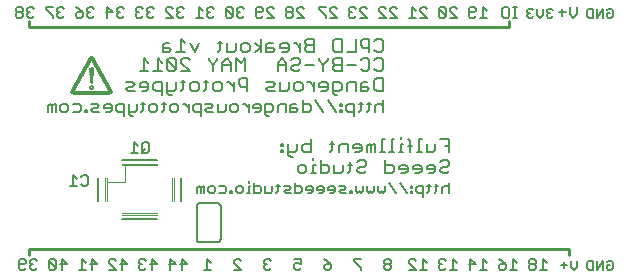
<source format=gbo>
G75*
G70*
%OFA0B0*%
%FSLAX24Y24*%
%IPPOS*%
%LPD*%
%AMOC8*
5,1,8,0,0,1.08239X$1,22.5*
%
%ADD10C,0.0050*%
%ADD11C,0.0100*%
%ADD12C,0.0060*%
%ADD13C,0.0120*%
%ADD14C,0.0025*%
D10*
X002737Y001786D02*
X002679Y001845D01*
X002679Y002078D01*
X002737Y002137D01*
X002854Y002137D01*
X002912Y002078D01*
X002912Y002020D01*
X002854Y001961D01*
X002679Y001961D01*
X002854Y001786D02*
X002912Y001845D01*
X002854Y001786D02*
X002737Y001786D01*
X003047Y001845D02*
X003106Y001786D01*
X003222Y001786D01*
X003281Y001845D01*
X003164Y001961D02*
X003106Y001961D01*
X003047Y001903D01*
X003047Y001845D01*
X003106Y001961D02*
X003047Y002020D01*
X003047Y002078D01*
X003106Y002137D01*
X003222Y002137D01*
X003281Y002078D01*
X003679Y002078D02*
X003679Y001845D01*
X003737Y001786D01*
X003854Y001786D01*
X003912Y001845D01*
X003679Y002078D01*
X003737Y002137D01*
X003854Y002137D01*
X003912Y002078D01*
X003912Y001845D01*
X004047Y001961D02*
X004281Y001961D01*
X004106Y002137D01*
X004106Y001786D01*
X004679Y001786D02*
X004912Y001786D01*
X004796Y001786D02*
X004796Y002137D01*
X004912Y002020D01*
X005047Y001961D02*
X005281Y001961D01*
X005106Y002137D01*
X005106Y001786D01*
X005679Y001786D02*
X005912Y001786D01*
X005679Y002020D01*
X005679Y002078D01*
X005737Y002137D01*
X005854Y002137D01*
X005912Y002078D01*
X006047Y001961D02*
X006281Y001961D01*
X006106Y002137D01*
X006106Y001786D01*
X006679Y001845D02*
X006737Y001786D01*
X006854Y001786D01*
X006912Y001845D01*
X006796Y001961D02*
X006737Y001961D01*
X006679Y001903D01*
X006679Y001845D01*
X006737Y001961D02*
X006679Y002020D01*
X006679Y002078D01*
X006737Y002137D01*
X006854Y002137D01*
X006912Y002078D01*
X007047Y001961D02*
X007281Y001961D01*
X007106Y002137D01*
X007106Y001786D01*
X007679Y001961D02*
X007912Y001961D01*
X007737Y002137D01*
X007737Y001786D01*
X008106Y001786D02*
X008106Y002137D01*
X008281Y001961D01*
X008047Y001961D01*
X008847Y001786D02*
X009081Y001786D01*
X008964Y001786D02*
X008964Y002137D01*
X009081Y002020D01*
X009847Y002020D02*
X009847Y002078D01*
X009906Y002137D01*
X010022Y002137D01*
X010081Y002078D01*
X009847Y002020D02*
X010081Y001786D01*
X009847Y001786D01*
X010847Y001845D02*
X010906Y001786D01*
X011022Y001786D01*
X011081Y001845D01*
X010964Y001961D02*
X010906Y001961D01*
X010847Y001903D01*
X010847Y001845D01*
X010906Y001961D02*
X010847Y002020D01*
X010847Y002078D01*
X010906Y002137D01*
X011022Y002137D01*
X011081Y002078D01*
X011847Y002137D02*
X012081Y002137D01*
X012081Y001961D01*
X011964Y002020D01*
X011906Y002020D01*
X011847Y001961D01*
X011847Y001845D01*
X011906Y001786D01*
X012022Y001786D01*
X012081Y001845D01*
X012847Y001845D02*
X012906Y001786D01*
X013022Y001786D01*
X013081Y001845D01*
X013081Y001961D01*
X012906Y001961D01*
X012847Y001903D01*
X012847Y001845D01*
X012964Y002078D02*
X013081Y001961D01*
X012964Y002078D02*
X012847Y002137D01*
X013847Y002137D02*
X013847Y002078D01*
X014081Y001845D01*
X014081Y001786D01*
X014081Y002137D02*
X013847Y002137D01*
X014847Y002078D02*
X014847Y002020D01*
X014906Y001961D01*
X015022Y001961D01*
X015081Y002020D01*
X015081Y002078D01*
X015022Y002137D01*
X014906Y002137D01*
X014847Y002078D01*
X014906Y001961D02*
X014847Y001903D01*
X014847Y001845D01*
X014906Y001786D01*
X015022Y001786D01*
X015081Y001845D01*
X015081Y001903D01*
X015022Y001961D01*
X015679Y002020D02*
X015679Y002078D01*
X015737Y002137D01*
X015854Y002137D01*
X015912Y002078D01*
X015679Y002020D02*
X015912Y001786D01*
X015679Y001786D01*
X016047Y001786D02*
X016281Y001786D01*
X016164Y001786D02*
X016164Y002137D01*
X016281Y002020D01*
X016679Y002020D02*
X016737Y001961D01*
X016679Y001903D01*
X016679Y001845D01*
X016737Y001786D01*
X016854Y001786D01*
X016912Y001845D01*
X017047Y001786D02*
X017281Y001786D01*
X017164Y001786D02*
X017164Y002137D01*
X017281Y002020D01*
X016912Y002078D02*
X016854Y002137D01*
X016737Y002137D01*
X016679Y002078D01*
X016679Y002020D01*
X016737Y001961D02*
X016796Y001961D01*
X017679Y001961D02*
X017912Y001961D01*
X017737Y002137D01*
X017737Y001786D01*
X018047Y001786D02*
X018281Y001786D01*
X018164Y001786D02*
X018164Y002137D01*
X018281Y002020D01*
X018679Y002137D02*
X018796Y002078D01*
X018912Y001961D01*
X018737Y001961D01*
X018679Y001903D01*
X018679Y001845D01*
X018737Y001786D01*
X018854Y001786D01*
X018912Y001845D01*
X018912Y001961D01*
X019164Y001786D02*
X019164Y002137D01*
X019281Y002020D01*
X019679Y002020D02*
X019737Y001961D01*
X019854Y001961D01*
X019912Y002020D01*
X019912Y002078D01*
X019854Y002137D01*
X019737Y002137D01*
X019679Y002078D01*
X019679Y002020D01*
X019737Y001961D02*
X019679Y001903D01*
X019679Y001845D01*
X019737Y001786D01*
X019854Y001786D01*
X019912Y001845D01*
X019912Y001903D01*
X019854Y001961D01*
X020047Y001786D02*
X020281Y001786D01*
X020164Y001786D02*
X020164Y002137D01*
X020281Y002020D01*
X020758Y001936D02*
X020958Y001936D01*
X021081Y001886D02*
X021081Y002086D01*
X021081Y001886D02*
X021181Y001786D01*
X021281Y001886D01*
X021281Y002086D01*
X020858Y002036D02*
X020858Y001836D01*
X021636Y001836D02*
X021686Y001786D01*
X021836Y001786D01*
X021836Y002086D01*
X021686Y002086D01*
X021636Y002036D01*
X021636Y001836D01*
X021958Y001786D02*
X021958Y002086D01*
X022158Y002086D02*
X021958Y001786D01*
X022158Y001786D02*
X022158Y002086D01*
X022281Y002036D02*
X022331Y002086D01*
X022431Y002086D01*
X022481Y002036D01*
X022481Y001836D01*
X022431Y001786D01*
X022331Y001786D01*
X022281Y001836D01*
X022281Y001936D01*
X022381Y001936D01*
X019281Y001786D02*
X019047Y001786D01*
X017031Y004336D02*
X017031Y004687D01*
X016972Y004570D02*
X016856Y004570D01*
X016797Y004511D01*
X016797Y004336D01*
X016604Y004395D02*
X016546Y004336D01*
X016604Y004395D02*
X016604Y004628D01*
X016662Y004570D02*
X016546Y004570D01*
X016417Y004570D02*
X016300Y004570D01*
X016359Y004628D02*
X016359Y004395D01*
X016300Y004336D01*
X016171Y004336D02*
X015996Y004336D01*
X015938Y004395D01*
X015938Y004511D01*
X015996Y004570D01*
X016171Y004570D01*
X016171Y004220D01*
X015803Y004336D02*
X015803Y004395D01*
X015745Y004395D01*
X015745Y004336D01*
X015803Y004336D01*
X015619Y004336D02*
X015385Y004687D01*
X015745Y004570D02*
X015745Y004511D01*
X015803Y004511D01*
X015803Y004570D01*
X015745Y004570D01*
X015251Y004336D02*
X015017Y004687D01*
X014882Y004570D02*
X014882Y004395D01*
X014824Y004336D01*
X014766Y004395D01*
X014707Y004336D01*
X014649Y004395D01*
X014649Y004570D01*
X014514Y004570D02*
X014514Y004395D01*
X014456Y004336D01*
X014397Y004395D01*
X014339Y004336D01*
X014280Y004395D01*
X014280Y004570D01*
X014146Y004570D02*
X014146Y004395D01*
X014087Y004336D01*
X014029Y004395D01*
X013971Y004336D01*
X013912Y004395D01*
X013912Y004570D01*
X013777Y004395D02*
X013719Y004395D01*
X013719Y004336D01*
X013777Y004336D01*
X013777Y004395D01*
X013593Y004336D02*
X013418Y004336D01*
X013360Y004395D01*
X013418Y004453D01*
X013535Y004453D01*
X013593Y004511D01*
X013535Y004570D01*
X013360Y004570D01*
X013225Y004511D02*
X013167Y004570D01*
X013050Y004570D01*
X012991Y004511D01*
X012991Y004453D01*
X013225Y004453D01*
X013225Y004395D02*
X013225Y004511D01*
X013225Y004395D02*
X013167Y004336D01*
X013050Y004336D01*
X012857Y004395D02*
X012857Y004511D01*
X012798Y004570D01*
X012681Y004570D01*
X012623Y004511D01*
X012623Y004453D01*
X012857Y004453D01*
X012857Y004395D02*
X012798Y004336D01*
X012681Y004336D01*
X012488Y004395D02*
X012488Y004511D01*
X012430Y004570D01*
X012313Y004570D01*
X012255Y004511D01*
X012255Y004453D01*
X012488Y004453D01*
X012488Y004395D02*
X012430Y004336D01*
X012313Y004336D01*
X012120Y004395D02*
X012120Y004511D01*
X012062Y004570D01*
X011886Y004570D01*
X011886Y004687D02*
X011886Y004336D01*
X012062Y004336D01*
X012120Y004395D01*
X011752Y004336D02*
X011577Y004336D01*
X011518Y004395D01*
X011577Y004453D01*
X011693Y004453D01*
X011752Y004511D01*
X011693Y004570D01*
X011518Y004570D01*
X011383Y004570D02*
X011267Y004570D01*
X011325Y004628D02*
X011325Y004395D01*
X011267Y004336D01*
X011138Y004395D02*
X011080Y004336D01*
X010904Y004336D01*
X010904Y004570D01*
X010770Y004511D02*
X010770Y004395D01*
X010711Y004336D01*
X010536Y004336D01*
X010536Y004687D01*
X010536Y004570D02*
X010711Y004570D01*
X010770Y004511D01*
X011138Y004570D02*
X011138Y004395D01*
X010401Y004336D02*
X010285Y004336D01*
X010343Y004336D02*
X010343Y004570D01*
X010401Y004570D01*
X010343Y004687D02*
X010343Y004745D01*
X010156Y004511D02*
X010156Y004395D01*
X010097Y004336D01*
X009981Y004336D01*
X009922Y004395D01*
X009922Y004511D01*
X009981Y004570D01*
X010097Y004570D01*
X010156Y004511D01*
X009787Y004395D02*
X009729Y004395D01*
X009729Y004336D01*
X009787Y004336D01*
X009787Y004395D01*
X009603Y004395D02*
X009545Y004336D01*
X009370Y004336D01*
X009235Y004395D02*
X009177Y004336D01*
X009060Y004336D01*
X009001Y004395D01*
X009001Y004511D01*
X009060Y004570D01*
X009177Y004570D01*
X009235Y004511D01*
X009235Y004395D01*
X009370Y004570D02*
X009545Y004570D01*
X009603Y004511D01*
X009603Y004395D01*
X008867Y004336D02*
X008867Y004570D01*
X008808Y004570D01*
X008750Y004511D01*
X008692Y004570D01*
X008633Y004511D01*
X008633Y004336D01*
X008750Y004336D02*
X008750Y004511D01*
X008084Y004839D02*
X008084Y004083D01*
X007296Y003477D02*
X006115Y003477D01*
X005328Y004083D02*
X005328Y004839D01*
X004981Y004878D02*
X004981Y004645D01*
X004922Y004586D01*
X004806Y004586D01*
X004747Y004645D01*
X004612Y004586D02*
X004379Y004586D01*
X004496Y004586D02*
X004496Y004937D01*
X004612Y004820D01*
X004747Y004878D02*
X004806Y004937D01*
X004922Y004937D01*
X004981Y004878D01*
X006115Y005446D02*
X007296Y005446D01*
X007017Y005745D02*
X006959Y005686D01*
X006842Y005686D01*
X006784Y005745D01*
X006784Y005978D01*
X006842Y006037D01*
X006959Y006037D01*
X007017Y005978D01*
X007017Y005745D01*
X006901Y005803D02*
X006784Y005686D01*
X006649Y005686D02*
X006415Y005686D01*
X006532Y005686D02*
X006532Y006037D01*
X006649Y005920D01*
X006480Y006903D02*
X006413Y006903D01*
X006346Y006970D01*
X006346Y007303D01*
X006199Y007303D02*
X005999Y007303D01*
X005932Y007236D01*
X005932Y007103D01*
X005999Y007036D01*
X006199Y007036D01*
X006199Y006903D02*
X006199Y007303D01*
X006346Y007036D02*
X006546Y007036D01*
X006613Y007103D01*
X006613Y007303D01*
X006756Y007303D02*
X006889Y007303D01*
X006823Y007370D02*
X006823Y007103D01*
X006756Y007036D01*
X007037Y007103D02*
X007037Y007236D01*
X007104Y007303D01*
X007237Y007303D01*
X007304Y007236D01*
X007304Y007103D01*
X007237Y007036D01*
X007104Y007036D01*
X007037Y007103D01*
X007446Y007036D02*
X007513Y007103D01*
X007513Y007370D01*
X007580Y007303D02*
X007446Y007303D01*
X007727Y007236D02*
X007794Y007303D01*
X007928Y007303D01*
X007994Y007236D01*
X007994Y007103D01*
X007928Y007036D01*
X007794Y007036D01*
X007727Y007103D01*
X007727Y007236D01*
X008139Y007303D02*
X008206Y007303D01*
X008339Y007170D01*
X008339Y007303D02*
X008339Y007036D01*
X008487Y007103D02*
X008487Y007236D01*
X008554Y007303D01*
X008754Y007303D01*
X008754Y006903D01*
X008754Y007036D02*
X008554Y007036D01*
X008487Y007103D01*
X008901Y007103D02*
X008968Y007170D01*
X009101Y007170D01*
X009168Y007236D01*
X009101Y007303D01*
X008901Y007303D01*
X008901Y007103D02*
X008968Y007036D01*
X009168Y007036D01*
X009316Y007036D02*
X009316Y007303D01*
X009582Y007303D02*
X009582Y007103D01*
X009516Y007036D01*
X009316Y007036D01*
X009730Y007103D02*
X009730Y007236D01*
X009797Y007303D01*
X009930Y007303D01*
X009997Y007236D01*
X009997Y007103D01*
X009930Y007036D01*
X009797Y007036D01*
X009730Y007103D01*
X010142Y007303D02*
X010209Y007303D01*
X010342Y007170D01*
X010342Y007303D02*
X010342Y007036D01*
X010490Y007170D02*
X010756Y007170D01*
X010756Y007236D02*
X010690Y007303D01*
X010556Y007303D01*
X010490Y007236D01*
X010490Y007170D01*
X010556Y007036D02*
X010690Y007036D01*
X010756Y007103D01*
X010756Y007236D01*
X010904Y007303D02*
X011104Y007303D01*
X011171Y007236D01*
X011171Y007103D01*
X011104Y007036D01*
X010904Y007036D01*
X010904Y006970D02*
X010904Y007303D01*
X011318Y007236D02*
X011318Y007036D01*
X011318Y007236D02*
X011385Y007303D01*
X011585Y007303D01*
X011585Y007036D01*
X011733Y007036D02*
X011933Y007036D01*
X011999Y007103D01*
X011933Y007170D01*
X011733Y007170D01*
X011733Y007236D02*
X011733Y007036D01*
X011733Y007236D02*
X011799Y007303D01*
X011933Y007303D01*
X012147Y007303D02*
X012347Y007303D01*
X012414Y007236D01*
X012414Y007103D01*
X012347Y007036D01*
X012147Y007036D01*
X012147Y007437D01*
X012561Y007437D02*
X012828Y007036D01*
X013242Y007036D02*
X012976Y007437D01*
X013383Y007303D02*
X013383Y007236D01*
X013450Y007236D01*
X013450Y007303D01*
X013383Y007303D01*
X013597Y007236D02*
X013597Y007103D01*
X013664Y007036D01*
X013864Y007036D01*
X013864Y006903D02*
X013864Y007303D01*
X013664Y007303D01*
X013597Y007236D01*
X013450Y007103D02*
X013383Y007103D01*
X013383Y007036D01*
X013450Y007036D01*
X013450Y007103D01*
X014007Y007036D02*
X014073Y007103D01*
X014073Y007370D01*
X014140Y007303D02*
X014007Y007303D01*
X014283Y007303D02*
X014416Y007303D01*
X014350Y007370D02*
X014350Y007103D01*
X014283Y007036D01*
X014564Y007036D02*
X014564Y007236D01*
X014631Y007303D01*
X014764Y007303D01*
X014831Y007236D01*
X014831Y007036D02*
X014831Y007437D01*
X011037Y006903D02*
X010971Y006903D01*
X010904Y006970D01*
X010947Y010186D02*
X011181Y010186D01*
X010947Y010420D01*
X010947Y010478D01*
X011006Y010537D01*
X011122Y010537D01*
X011181Y010478D01*
X011579Y010478D02*
X011579Y010420D01*
X011637Y010361D01*
X011754Y010361D01*
X011812Y010420D01*
X011812Y010478D01*
X011754Y010537D01*
X011637Y010537D01*
X011579Y010478D01*
X011637Y010361D02*
X011579Y010303D01*
X011579Y010245D01*
X011637Y010186D01*
X011754Y010186D01*
X011812Y010245D01*
X011812Y010303D01*
X011754Y010361D01*
X011947Y010420D02*
X011947Y010478D01*
X012006Y010537D01*
X012122Y010537D01*
X012181Y010478D01*
X011947Y010420D02*
X012181Y010186D01*
X011947Y010186D01*
X012679Y010478D02*
X012679Y010537D01*
X012912Y010537D01*
X013047Y010478D02*
X013106Y010537D01*
X013222Y010537D01*
X013281Y010478D01*
X013047Y010478D02*
X013047Y010420D01*
X013281Y010186D01*
X013047Y010186D01*
X012912Y010186D02*
X012912Y010245D01*
X012679Y010478D01*
X013679Y010478D02*
X013679Y010420D01*
X013737Y010361D01*
X013679Y010303D01*
X013679Y010245D01*
X013737Y010186D01*
X013854Y010186D01*
X013912Y010245D01*
X014047Y010186D02*
X014281Y010186D01*
X014047Y010420D01*
X014047Y010478D01*
X014106Y010537D01*
X014222Y010537D01*
X014281Y010478D01*
X013912Y010478D02*
X013854Y010537D01*
X013737Y010537D01*
X013679Y010478D01*
X013737Y010361D02*
X013796Y010361D01*
X014679Y010420D02*
X014679Y010478D01*
X014737Y010537D01*
X014854Y010537D01*
X014912Y010478D01*
X015047Y010478D02*
X015106Y010537D01*
X015222Y010537D01*
X015281Y010478D01*
X015047Y010478D02*
X015047Y010420D01*
X015281Y010186D01*
X015047Y010186D01*
X014912Y010186D02*
X014679Y010420D01*
X014679Y010186D02*
X014912Y010186D01*
X015679Y010186D02*
X015912Y010186D01*
X015796Y010186D02*
X015796Y010537D01*
X015912Y010420D01*
X016047Y010420D02*
X016047Y010478D01*
X016106Y010537D01*
X016222Y010537D01*
X016281Y010478D01*
X016047Y010420D02*
X016281Y010186D01*
X016047Y010186D01*
X016679Y010245D02*
X016679Y010478D01*
X016912Y010245D01*
X016854Y010186D01*
X016737Y010186D01*
X016679Y010245D01*
X016679Y010478D02*
X016737Y010537D01*
X016854Y010537D01*
X016912Y010478D01*
X016912Y010245D01*
X017047Y010186D02*
X017281Y010186D01*
X017047Y010420D01*
X017047Y010478D01*
X017106Y010537D01*
X017222Y010537D01*
X017281Y010478D01*
X017679Y010478D02*
X017679Y010245D01*
X017737Y010186D01*
X017854Y010186D01*
X017912Y010245D01*
X017854Y010361D02*
X017679Y010361D01*
X017679Y010478D02*
X017737Y010537D01*
X017854Y010537D01*
X017912Y010478D01*
X017912Y010420D01*
X017854Y010361D01*
X018164Y010186D02*
X018164Y010537D01*
X018281Y010420D01*
X018281Y010186D02*
X018047Y010186D01*
X018802Y010245D02*
X018860Y010186D01*
X018977Y010186D01*
X019035Y010245D01*
X019035Y010478D01*
X018977Y010537D01*
X018860Y010537D01*
X018802Y010478D01*
X018802Y010245D01*
X018802Y010478D01*
X018860Y010537D01*
X018977Y010537D01*
X019035Y010478D01*
X019035Y010245D01*
X018977Y010186D01*
X018860Y010186D01*
X018802Y010245D01*
X019164Y010186D02*
X019281Y010186D01*
X019164Y010186D01*
X019222Y010186D02*
X019222Y010537D01*
X019222Y010186D01*
X019636Y010236D02*
X019686Y010186D01*
X019786Y010186D01*
X019836Y010236D01*
X019958Y010286D02*
X020058Y010186D01*
X020158Y010286D01*
X020158Y010486D01*
X020281Y010436D02*
X020281Y010386D01*
X020331Y010336D01*
X020281Y010286D01*
X020281Y010236D01*
X020331Y010186D01*
X020431Y010186D01*
X020481Y010236D01*
X020381Y010336D02*
X020331Y010336D01*
X020281Y010436D02*
X020331Y010486D01*
X020431Y010486D01*
X020481Y010436D01*
X020679Y010361D02*
X020912Y010361D01*
X021047Y010303D02*
X021047Y010537D01*
X021281Y010537D02*
X021281Y010303D01*
X021164Y010186D01*
X021047Y010303D01*
X020796Y010245D02*
X020796Y010478D01*
X019958Y010486D02*
X019958Y010286D01*
X019836Y010436D02*
X019786Y010486D01*
X019686Y010486D01*
X019636Y010436D01*
X019636Y010386D01*
X019686Y010336D01*
X019636Y010286D01*
X019636Y010236D01*
X019686Y010336D02*
X019736Y010336D01*
X019281Y010537D02*
X019164Y010537D01*
X019281Y010537D01*
X021636Y010436D02*
X021636Y010236D01*
X021686Y010186D01*
X021836Y010186D01*
X021836Y010486D01*
X021686Y010486D01*
X021636Y010436D01*
X021958Y010486D02*
X021958Y010186D01*
X022158Y010486D01*
X022158Y010186D01*
X022281Y010236D02*
X022281Y010336D01*
X022381Y010336D01*
X022481Y010236D02*
X022431Y010186D01*
X022331Y010186D01*
X022281Y010236D01*
X022481Y010236D02*
X022481Y010436D01*
X022431Y010486D01*
X022331Y010486D01*
X022281Y010436D01*
X016972Y004570D02*
X017031Y004511D01*
X010812Y010245D02*
X010754Y010186D01*
X010637Y010186D01*
X010579Y010245D01*
X010579Y010478D01*
X010637Y010537D01*
X010754Y010537D01*
X010812Y010478D01*
X010812Y010420D01*
X010754Y010361D01*
X010579Y010361D01*
X010181Y010245D02*
X010122Y010186D01*
X010006Y010186D01*
X009947Y010245D01*
X009947Y010303D01*
X010006Y010361D01*
X010064Y010361D01*
X010006Y010361D02*
X009947Y010420D01*
X009947Y010478D01*
X010006Y010537D01*
X010122Y010537D01*
X010181Y010478D01*
X009812Y010478D02*
X009812Y010245D01*
X009579Y010478D01*
X009579Y010245D01*
X009637Y010186D01*
X009754Y010186D01*
X009812Y010245D01*
X009812Y010478D02*
X009754Y010537D01*
X009637Y010537D01*
X009579Y010478D01*
X009181Y010478D02*
X009122Y010537D01*
X009006Y010537D01*
X008947Y010478D01*
X008947Y010420D01*
X009006Y010361D01*
X008947Y010303D01*
X008947Y010245D01*
X009006Y010186D01*
X009122Y010186D01*
X009181Y010245D01*
X009064Y010361D02*
X009006Y010361D01*
X008812Y010420D02*
X008696Y010537D01*
X008696Y010186D01*
X008812Y010186D02*
X008579Y010186D01*
X008181Y010245D02*
X008122Y010186D01*
X008006Y010186D01*
X007947Y010245D01*
X007947Y010303D01*
X008006Y010361D01*
X008064Y010361D01*
X008006Y010361D02*
X007947Y010420D01*
X007947Y010478D01*
X008006Y010537D01*
X008122Y010537D01*
X008181Y010478D01*
X007812Y010478D02*
X007754Y010537D01*
X007637Y010537D01*
X007579Y010478D01*
X007579Y010420D01*
X007812Y010186D01*
X007579Y010186D01*
X007181Y010245D02*
X007122Y010186D01*
X007006Y010186D01*
X006947Y010245D01*
X006947Y010303D01*
X007006Y010361D01*
X007064Y010361D01*
X007006Y010361D02*
X006947Y010420D01*
X006947Y010478D01*
X007006Y010537D01*
X007122Y010537D01*
X007181Y010478D01*
X006812Y010478D02*
X006754Y010537D01*
X006637Y010537D01*
X006579Y010478D01*
X006579Y010420D01*
X006637Y010361D01*
X006579Y010303D01*
X006579Y010245D01*
X006637Y010186D01*
X006754Y010186D01*
X006812Y010245D01*
X006696Y010361D02*
X006637Y010361D01*
X006181Y010245D02*
X006122Y010186D01*
X006006Y010186D01*
X005947Y010245D01*
X005947Y010303D01*
X006006Y010361D01*
X006064Y010361D01*
X006006Y010361D02*
X005947Y010420D01*
X005947Y010478D01*
X006006Y010537D01*
X006122Y010537D01*
X006181Y010478D01*
X005812Y010361D02*
X005579Y010361D01*
X005637Y010186D02*
X005637Y010537D01*
X005812Y010361D01*
X005181Y010245D02*
X005122Y010186D01*
X005006Y010186D01*
X004947Y010245D01*
X004947Y010303D01*
X005006Y010361D01*
X005064Y010361D01*
X005006Y010361D02*
X004947Y010420D01*
X004947Y010478D01*
X005006Y010537D01*
X005122Y010537D01*
X005181Y010478D01*
X004812Y010361D02*
X004812Y010245D01*
X004754Y010186D01*
X004637Y010186D01*
X004579Y010245D01*
X004579Y010303D01*
X004637Y010361D01*
X004812Y010361D01*
X004696Y010478D01*
X004579Y010537D01*
X004181Y010478D02*
X004122Y010537D01*
X004006Y010537D01*
X003947Y010478D01*
X003947Y010420D01*
X004006Y010361D01*
X003947Y010303D01*
X003947Y010245D01*
X004006Y010186D01*
X004122Y010186D01*
X004181Y010245D01*
X004064Y010361D02*
X004006Y010361D01*
X003812Y010245D02*
X003812Y010186D01*
X003812Y010245D02*
X003579Y010478D01*
X003579Y010537D01*
X003812Y010537D01*
X003181Y010478D02*
X003122Y010537D01*
X003006Y010537D01*
X002947Y010478D01*
X002947Y010420D01*
X003006Y010361D01*
X002947Y010303D01*
X002947Y010245D01*
X003006Y010186D01*
X003122Y010186D01*
X003181Y010245D01*
X003064Y010361D02*
X003006Y010361D01*
X002812Y010303D02*
X002754Y010361D01*
X002637Y010361D01*
X002579Y010303D01*
X002579Y010245D01*
X002637Y010186D01*
X002754Y010186D01*
X002812Y010245D01*
X002812Y010303D01*
X002754Y010361D02*
X002812Y010420D01*
X002812Y010478D01*
X002754Y010537D01*
X002637Y010537D01*
X002579Y010478D01*
X002579Y010420D01*
X002637Y010361D01*
X005056Y008452D02*
X005106Y008009D01*
X005155Y008452D01*
X005056Y008452D01*
X005061Y008414D02*
X005151Y008414D01*
X005145Y008365D02*
X005066Y008365D01*
X005071Y008317D02*
X005140Y008317D01*
X005134Y008268D02*
X005077Y008268D01*
X005082Y008219D02*
X005129Y008219D01*
X005124Y008171D02*
X005088Y008171D01*
X005093Y008122D02*
X005118Y008122D01*
X005113Y008074D02*
X005098Y008074D01*
X005104Y008025D02*
X005107Y008025D01*
X005057Y007861D02*
X005059Y007874D01*
X005064Y007886D01*
X005073Y007897D01*
X005083Y007905D01*
X005096Y007909D01*
X005109Y007910D01*
X005122Y007907D01*
X005134Y007901D01*
X005144Y007892D01*
X005151Y007881D01*
X005155Y007868D01*
X005155Y007854D01*
X005151Y007841D01*
X005144Y007830D01*
X005134Y007821D01*
X005122Y007815D01*
X005109Y007812D01*
X005096Y007813D01*
X005083Y007817D01*
X005073Y007825D01*
X005064Y007836D01*
X005059Y007848D01*
X005057Y007861D01*
X005103Y007303D02*
X005303Y007303D01*
X005370Y007236D01*
X005303Y007170D01*
X005170Y007170D01*
X005103Y007103D01*
X005170Y007036D01*
X005370Y007036D01*
X005518Y007170D02*
X005784Y007170D01*
X005784Y007236D02*
X005718Y007303D01*
X005584Y007303D01*
X005518Y007236D01*
X005518Y007170D01*
X005584Y007036D02*
X005718Y007036D01*
X005784Y007103D01*
X005784Y007236D01*
X004956Y007103D02*
X004889Y007103D01*
X004889Y007036D01*
X004956Y007036D01*
X004956Y007103D01*
X004749Y007103D02*
X004749Y007236D01*
X004682Y007303D01*
X004482Y007303D01*
X004334Y007236D02*
X004334Y007103D01*
X004268Y007036D01*
X004134Y007036D01*
X004067Y007103D01*
X004067Y007236D01*
X004134Y007303D01*
X004268Y007303D01*
X004334Y007236D01*
X004482Y007036D02*
X004682Y007036D01*
X004749Y007103D01*
X003920Y007036D02*
X003920Y007303D01*
X003853Y007303D01*
X003787Y007236D01*
X003720Y007303D01*
X003653Y007236D01*
X003653Y007036D01*
X003787Y007036D02*
X003787Y007236D01*
X005057Y008452D02*
X005059Y008465D01*
X005064Y008476D01*
X005071Y008487D01*
X005082Y008494D01*
X005093Y008499D01*
X005106Y008501D01*
X005119Y008499D01*
X005131Y008494D01*
X005141Y008487D01*
X005148Y008476D01*
X005153Y008465D01*
X005155Y008452D01*
D11*
X003006Y009861D02*
X019006Y009861D01*
X019006Y010061D01*
X021006Y002461D02*
X021006Y002261D01*
X021006Y002461D02*
X003006Y002461D01*
X003006Y002261D01*
X003006Y009861D02*
X003006Y010061D01*
D12*
X006246Y008035D02*
X006466Y008035D01*
X006539Y007961D01*
X006466Y007888D01*
X006319Y007888D01*
X006246Y007815D01*
X006319Y007741D01*
X006539Y007741D01*
X006706Y007888D02*
X007000Y007888D01*
X007000Y007815D02*
X007000Y007961D01*
X006926Y008035D01*
X006780Y008035D01*
X006706Y007961D01*
X006706Y007888D01*
X006780Y007741D02*
X006926Y007741D01*
X007000Y007815D01*
X007166Y007815D02*
X007240Y007741D01*
X007460Y007741D01*
X007460Y007594D02*
X007460Y008035D01*
X007240Y008035D01*
X007166Y007961D01*
X007166Y007815D01*
X007627Y007741D02*
X007847Y007741D01*
X007920Y007815D01*
X007920Y008035D01*
X008081Y008035D02*
X008227Y008035D01*
X008154Y008108D02*
X008154Y007815D01*
X008081Y007741D01*
X007774Y007594D02*
X007700Y007594D01*
X007627Y007668D01*
X007627Y008035D01*
X007700Y008391D02*
X007847Y008391D01*
X007920Y008465D01*
X007627Y008758D01*
X007627Y008465D01*
X007700Y008391D01*
X007920Y008465D02*
X007920Y008758D01*
X007847Y008832D01*
X007700Y008832D01*
X007627Y008758D01*
X007460Y008685D02*
X007313Y008832D01*
X007313Y008391D01*
X007460Y008391D02*
X007166Y008391D01*
X007000Y008391D02*
X006706Y008391D01*
X006853Y008391D02*
X006853Y008832D01*
X007000Y008685D01*
X007473Y009041D02*
X007694Y009041D01*
X007767Y009115D01*
X007694Y009188D01*
X007473Y009188D01*
X007473Y009261D02*
X007473Y009041D01*
X007473Y009261D02*
X007547Y009335D01*
X007694Y009335D01*
X008081Y009482D02*
X008081Y009041D01*
X008227Y009041D02*
X007934Y009041D01*
X008161Y008832D02*
X008307Y008832D01*
X008381Y008758D01*
X008161Y008832D02*
X008087Y008758D01*
X008087Y008685D01*
X008381Y008391D01*
X008087Y008391D01*
X008467Y008035D02*
X008614Y008035D01*
X008688Y007961D01*
X008688Y007815D01*
X008614Y007741D01*
X008467Y007741D01*
X008394Y007815D01*
X008394Y007961D01*
X008467Y008035D01*
X008848Y008035D02*
X008995Y008035D01*
X008921Y008108D02*
X008921Y007815D01*
X008848Y007741D01*
X009161Y007815D02*
X009161Y007961D01*
X009235Y008035D01*
X009381Y008035D01*
X009455Y007961D01*
X009455Y007815D01*
X009381Y007741D01*
X009235Y007741D01*
X009161Y007815D01*
X009618Y008035D02*
X009692Y008035D01*
X009839Y007888D01*
X009839Y007741D02*
X009839Y008035D01*
X010005Y008108D02*
X010005Y007961D01*
X010079Y007888D01*
X010299Y007888D01*
X010299Y007741D02*
X010299Y008182D01*
X010079Y008182D01*
X010005Y008108D01*
X009929Y008391D02*
X009929Y008832D01*
X010075Y008685D01*
X010222Y008832D01*
X010222Y008391D01*
X009762Y008391D02*
X009762Y008685D01*
X009615Y008832D01*
X009468Y008685D01*
X009468Y008391D01*
X009155Y008391D02*
X009155Y008611D01*
X009008Y008758D01*
X009008Y008832D01*
X009155Y008611D02*
X009301Y008758D01*
X009301Y008832D01*
X009308Y009041D02*
X009381Y009115D01*
X009381Y009408D01*
X009455Y009335D02*
X009308Y009335D01*
X009622Y009335D02*
X009622Y009041D01*
X009842Y009041D01*
X009915Y009115D01*
X009915Y009335D01*
X010082Y009261D02*
X010082Y009115D01*
X010155Y009041D01*
X010302Y009041D01*
X010376Y009115D01*
X010376Y009261D01*
X010302Y009335D01*
X010155Y009335D01*
X010082Y009261D01*
X010539Y009335D02*
X010759Y009188D01*
X010539Y009041D01*
X010759Y009041D02*
X010759Y009482D01*
X010926Y009261D02*
X010926Y009041D01*
X011146Y009041D01*
X011220Y009115D01*
X011146Y009188D01*
X010926Y009188D01*
X010926Y009261D02*
X010999Y009335D01*
X011146Y009335D01*
X011386Y009261D02*
X011386Y009188D01*
X011680Y009188D01*
X011680Y009115D02*
X011680Y009261D01*
X011607Y009335D01*
X011460Y009335D01*
X011386Y009261D01*
X011607Y009041D02*
X011680Y009115D01*
X011607Y009041D02*
X011460Y009041D01*
X011456Y008832D02*
X011310Y008685D01*
X011310Y008391D01*
X011310Y008611D02*
X011603Y008611D01*
X011603Y008685D02*
X011456Y008832D01*
X011603Y008685D02*
X011603Y008391D01*
X011770Y008465D02*
X011843Y008391D01*
X011990Y008391D01*
X012064Y008465D01*
X011990Y008611D02*
X011843Y008611D01*
X011770Y008538D01*
X011770Y008465D01*
X011990Y008611D02*
X012064Y008685D01*
X012064Y008758D01*
X011990Y008832D01*
X011843Y008832D01*
X011770Y008758D01*
X012064Y009041D02*
X012064Y009335D01*
X012064Y009188D02*
X011917Y009335D01*
X011843Y009335D01*
X012230Y009335D02*
X012230Y009408D01*
X012304Y009482D01*
X012524Y009482D01*
X012524Y009041D01*
X012304Y009041D01*
X012230Y009115D01*
X012230Y009188D01*
X012304Y009261D01*
X012524Y009261D01*
X012304Y009261D02*
X012230Y009335D01*
X012691Y008832D02*
X012691Y008758D01*
X012837Y008611D01*
X012837Y008391D01*
X013151Y008465D02*
X013224Y008391D01*
X013445Y008391D01*
X013445Y008832D01*
X013224Y008832D01*
X013151Y008758D01*
X013151Y008685D01*
X013224Y008611D01*
X013445Y008611D01*
X013611Y008611D02*
X013905Y008611D01*
X014072Y008465D02*
X014145Y008391D01*
X014292Y008391D01*
X014365Y008465D01*
X014365Y008758D01*
X014292Y008832D01*
X014145Y008832D01*
X014072Y008758D01*
X013905Y009041D02*
X013611Y009041D01*
X013445Y009041D02*
X013224Y009041D01*
X013151Y009115D01*
X013151Y009408D01*
X013224Y009482D01*
X013445Y009482D01*
X013445Y009041D01*
X013905Y009041D02*
X013905Y009482D01*
X014072Y009408D02*
X014072Y009261D01*
X014145Y009188D01*
X014365Y009188D01*
X014365Y009041D02*
X014365Y009482D01*
X014145Y009482D01*
X014072Y009408D01*
X014532Y009408D02*
X014606Y009482D01*
X014752Y009482D01*
X014826Y009408D01*
X014826Y009115D01*
X014752Y009041D01*
X014606Y009041D01*
X014532Y009115D01*
X014606Y008832D02*
X014752Y008832D01*
X014826Y008758D01*
X014826Y008465D01*
X014752Y008391D01*
X014606Y008391D01*
X014532Y008465D01*
X014606Y008182D02*
X014826Y008182D01*
X014826Y007741D01*
X014606Y007741D01*
X014532Y007815D01*
X014532Y008108D01*
X014606Y008182D01*
X014292Y008035D02*
X014145Y008035D01*
X014072Y007961D01*
X014072Y007741D01*
X014292Y007741D01*
X014365Y007815D01*
X014292Y007888D01*
X014072Y007888D01*
X013905Y007741D02*
X013905Y008035D01*
X013685Y008035D01*
X013611Y007961D01*
X013611Y007741D01*
X013445Y007815D02*
X013371Y007741D01*
X013151Y007741D01*
X013151Y007668D02*
X013151Y008035D01*
X013371Y008035D01*
X013445Y007961D01*
X013445Y007815D01*
X013298Y007594D02*
X013224Y007594D01*
X013151Y007668D01*
X012984Y007815D02*
X012911Y007741D01*
X012764Y007741D01*
X012691Y007888D02*
X012984Y007888D01*
X012984Y007815D02*
X012984Y007961D01*
X012911Y008035D01*
X012764Y008035D01*
X012691Y007961D01*
X012691Y007888D01*
X012524Y007888D02*
X012377Y008035D01*
X012304Y008035D01*
X012140Y007961D02*
X012140Y007815D01*
X012067Y007741D01*
X011920Y007741D01*
X011847Y007815D01*
X011847Y007961D01*
X011920Y008035D01*
X012067Y008035D01*
X012140Y007961D01*
X012524Y008035D02*
X012524Y007741D01*
X011680Y007815D02*
X011607Y007741D01*
X011386Y007741D01*
X011386Y008035D01*
X011220Y007961D02*
X011146Y008035D01*
X010926Y008035D01*
X010999Y007888D02*
X011146Y007888D01*
X011220Y007961D01*
X011220Y007741D02*
X010999Y007741D01*
X010926Y007815D01*
X010999Y007888D01*
X011680Y007815D02*
X011680Y008035D01*
X012230Y008611D02*
X012524Y008611D01*
X012837Y008611D02*
X012984Y008758D01*
X012984Y008832D01*
X013224Y008611D02*
X013151Y008538D01*
X013151Y008465D01*
X014532Y008758D02*
X014606Y008832D01*
X015418Y006205D02*
X015418Y006132D01*
X015418Y005985D02*
X015418Y005691D01*
X015491Y005691D02*
X015344Y005691D01*
X015184Y005691D02*
X015038Y005691D01*
X015111Y005691D02*
X015111Y006132D01*
X015184Y006132D01*
X015418Y005985D02*
X015491Y005985D01*
X015651Y005911D02*
X015798Y005911D01*
X015725Y006058D02*
X015651Y006132D01*
X015725Y006058D02*
X015725Y005691D01*
X015958Y005691D02*
X016105Y005691D01*
X016032Y005691D02*
X016032Y006132D01*
X016105Y006132D01*
X016272Y005985D02*
X016272Y005691D01*
X016492Y005691D01*
X016565Y005765D01*
X016565Y005985D01*
X016732Y006132D02*
X017026Y006132D01*
X017026Y005691D01*
X017026Y005911D02*
X016879Y005911D01*
X016806Y005432D02*
X016952Y005432D01*
X017026Y005358D01*
X017026Y005285D01*
X016952Y005211D01*
X016806Y005211D01*
X016732Y005138D01*
X016732Y005065D01*
X016806Y004991D01*
X016952Y004991D01*
X017026Y005065D01*
X016732Y005358D02*
X016806Y005432D01*
X016565Y005211D02*
X016492Y005285D01*
X016345Y005285D01*
X016272Y005211D01*
X016272Y005138D01*
X016565Y005138D01*
X016565Y005065D02*
X016565Y005211D01*
X016565Y005065D02*
X016492Y004991D01*
X016345Y004991D01*
X016105Y005065D02*
X016105Y005211D01*
X016032Y005285D01*
X015885Y005285D01*
X015811Y005211D01*
X015811Y005138D01*
X016105Y005138D01*
X016105Y005065D02*
X016032Y004991D01*
X015885Y004991D01*
X015645Y005065D02*
X015645Y005211D01*
X015571Y005285D01*
X015424Y005285D01*
X015351Y005211D01*
X015351Y005138D01*
X015645Y005138D01*
X015645Y005065D02*
X015571Y004991D01*
X015424Y004991D01*
X015184Y005065D02*
X015184Y005211D01*
X015111Y005285D01*
X014891Y005285D01*
X014891Y005432D02*
X014891Y004991D01*
X015111Y004991D01*
X015184Y005065D01*
X014877Y005691D02*
X014731Y005691D01*
X014804Y005691D02*
X014804Y006132D01*
X014877Y006132D01*
X014571Y005985D02*
X014497Y005985D01*
X014424Y005911D01*
X014350Y005985D01*
X014277Y005911D01*
X014277Y005691D01*
X014424Y005691D02*
X014424Y005911D01*
X014571Y005985D02*
X014571Y005691D01*
X014264Y005358D02*
X014264Y005285D01*
X014190Y005211D01*
X014043Y005211D01*
X013970Y005138D01*
X013970Y005065D01*
X014043Y004991D01*
X014190Y004991D01*
X014264Y005065D01*
X014264Y005358D02*
X014190Y005432D01*
X014043Y005432D01*
X013970Y005358D01*
X013803Y005285D02*
X013656Y005285D01*
X013730Y005358D02*
X013730Y005065D01*
X013656Y004991D01*
X013496Y005065D02*
X013423Y004991D01*
X013203Y004991D01*
X013203Y005285D01*
X013036Y005211D02*
X012963Y005285D01*
X012742Y005285D01*
X012742Y005432D02*
X012742Y004991D01*
X012963Y004991D01*
X013036Y005065D01*
X013036Y005211D01*
X013496Y005285D02*
X013496Y005065D01*
X013356Y005691D02*
X013356Y005911D01*
X013430Y005985D01*
X013650Y005985D01*
X013650Y005691D01*
X013817Y005838D02*
X014110Y005838D01*
X014110Y005765D02*
X014110Y005911D01*
X014037Y005985D01*
X013890Y005985D01*
X013817Y005911D01*
X013817Y005838D01*
X013890Y005691D02*
X014037Y005691D01*
X014110Y005765D01*
X013189Y005985D02*
X013043Y005985D01*
X013116Y006058D02*
X013116Y005765D01*
X013043Y005691D01*
X012502Y005505D02*
X012502Y005432D01*
X012502Y005285D02*
X012502Y004991D01*
X012429Y004991D02*
X012576Y004991D01*
X012576Y005285D02*
X012502Y005285D01*
X012269Y005211D02*
X012269Y005065D01*
X012195Y004991D01*
X012049Y004991D01*
X011975Y005065D01*
X011975Y005211D01*
X012049Y005285D01*
X012195Y005285D01*
X012269Y005211D01*
X011815Y005544D02*
X011742Y005544D01*
X011668Y005618D01*
X011668Y005985D01*
X011501Y005985D02*
X011501Y005911D01*
X011428Y005911D01*
X011428Y005985D01*
X011501Y005985D01*
X011501Y005765D02*
X011501Y005691D01*
X011428Y005691D01*
X011428Y005765D01*
X011501Y005765D01*
X011668Y005691D02*
X011888Y005691D01*
X011962Y005765D01*
X011962Y005985D01*
X012129Y005911D02*
X012129Y005765D01*
X012202Y005691D01*
X012422Y005691D01*
X012422Y006132D01*
X012422Y005985D02*
X012202Y005985D01*
X012129Y005911D01*
X009306Y004011D02*
X008706Y004011D01*
X008689Y004009D01*
X008672Y004005D01*
X008656Y003998D01*
X008642Y003988D01*
X008629Y003975D01*
X008619Y003961D01*
X008612Y003945D01*
X008608Y003928D01*
X008606Y003911D01*
X008606Y002811D01*
X008608Y002794D01*
X008612Y002777D01*
X008619Y002761D01*
X008629Y002747D01*
X008642Y002734D01*
X008656Y002724D01*
X008672Y002717D01*
X008689Y002713D01*
X008706Y002711D01*
X009306Y002711D01*
X009323Y002713D01*
X009340Y002717D01*
X009356Y002724D01*
X009370Y002734D01*
X009383Y002747D01*
X009393Y002761D01*
X009400Y002777D01*
X009404Y002794D01*
X009406Y002811D01*
X009406Y003911D01*
X009404Y003928D01*
X009400Y003945D01*
X009393Y003961D01*
X009383Y003975D01*
X009370Y003988D01*
X009356Y003998D01*
X009340Y004005D01*
X009323Y004009D01*
X009306Y004011D01*
X009468Y008611D02*
X009762Y008611D01*
X008541Y009041D02*
X008688Y009335D01*
X008394Y009335D02*
X008541Y009041D01*
X008227Y009335D02*
X008081Y009482D01*
D13*
X005745Y007714D02*
X005130Y008846D01*
X005081Y008846D01*
X004466Y007714D01*
X004515Y007664D01*
X005696Y007664D01*
X005745Y007714D01*
D14*
X006115Y005299D02*
X007296Y005299D01*
X007296Y005264D02*
X006206Y005264D01*
X006206Y004711D01*
X005621Y004711D01*
X005621Y004083D01*
X005569Y004083D02*
X005569Y004839D01*
X005621Y004839D02*
X005621Y004711D01*
X006115Y005264D02*
X006206Y005264D01*
X007791Y004839D02*
X007791Y004083D01*
X007842Y004083D02*
X007842Y004839D01*
X007296Y003658D02*
X006115Y003658D01*
X006115Y003624D02*
X007296Y003624D01*
M02*

</source>
